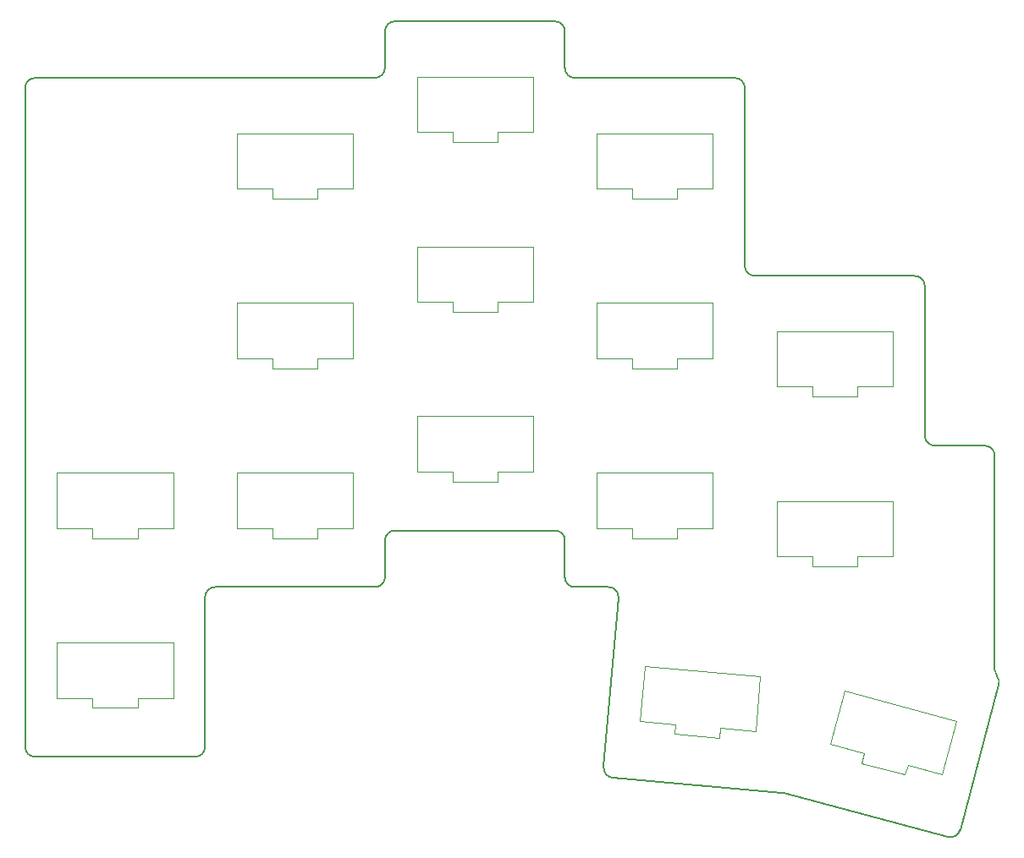
<source format=gbr>
%TF.GenerationSoftware,KiCad,Pcbnew,(5.1.9)-1*%
%TF.CreationDate,2021-06-29T13:32:03+02:00*%
%TF.ProjectId,todarodes_sagittatus,746f6461-726f-4646-9573-5f7361676974,VERSION_HERE*%
%TF.SameCoordinates,Original*%
%TF.FileFunction,Profile,NP*%
%FSLAX46Y46*%
G04 Gerber Fmt 4.6, Leading zero omitted, Abs format (unit mm)*
G04 Created by KiCad (PCBNEW (5.1.9)-1) date 2021-06-29 13:32:03*
%MOMM*%
%LPD*%
G01*
G04 APERTURE LIST*
%TA.AperFunction,Profile*%
%ADD10C,0.150000*%
%TD*%
%TA.AperFunction,Profile*%
%ADD11C,0.120000*%
%TD*%
G04 APERTURE END LIST*
D10*
X10000000Y-8500000D02*
X26000000Y-8500000D01*
X27000000Y-7500000D02*
G75*
G02*
X26000000Y-8500000I-1000000J0D01*
G01*
X27000000Y-7500000D02*
X27000000Y7500000D01*
X9000000Y-7500000D02*
X9000000Y58500000D01*
X10000000Y-8500000D02*
G75*
G02*
X9000000Y-7500000I0J1000000D01*
G01*
X28000000Y8500000D02*
X44000000Y8500000D01*
X45000000Y9500000D02*
G75*
G02*
X44000000Y8500000I-1000000J0D01*
G01*
X45000000Y9500000D02*
X45000000Y13166667D01*
X10000000Y59500000D02*
X44000000Y59500000D01*
X46000000Y14166667D02*
X62000000Y14166667D01*
X63000000Y60500000D02*
X63000000Y64166667D01*
X62000000Y65166667D02*
G75*
G02*
X63000000Y64166667I0J-1000000D01*
G01*
X62000000Y65166667D02*
X46000000Y65166667D01*
X45000000Y64166667D02*
G75*
G02*
X46000000Y65166667I1000000J0D01*
G01*
X45000000Y64166667D02*
X45000000Y60500000D01*
X64000000Y8500000D02*
X67365851Y8500000D01*
X63000000Y13166667D02*
X63000000Y9500000D01*
X64000000Y8500000D02*
G75*
G02*
X63000000Y9500000I0J1000000D01*
G01*
X81000000Y40666667D02*
X81000000Y58500000D01*
X80000000Y59500000D02*
G75*
G02*
X81000000Y58500000I0J-1000000D01*
G01*
X64000000Y59500000D02*
X80000000Y59500000D01*
X100000000Y22666667D02*
X105000000Y22666667D01*
X106000000Y213428D02*
X106000000Y21666667D01*
X99000000Y23666667D02*
X99000000Y38666667D01*
X98000000Y39666667D02*
G75*
G02*
X99000000Y38666667I0J-1000000D01*
G01*
X82000000Y39666667D02*
X98000000Y39666667D01*
X67789619Y-10603742D02*
X84724928Y-12085390D01*
X66880580Y-9520392D02*
X68362046Y7412844D01*
X67789618Y-10603742D02*
G75*
G02*
X66880580Y-9520392I87156J996194D01*
G01*
X84896592Y-12115659D02*
X101317331Y-16515583D01*
X102542076Y-15808476D02*
G75*
G02*
X101317331Y-16515583I-965926J258819D01*
G01*
X102542076Y-15808476D02*
X106424361Y-1319588D01*
X106229218Y-423671D02*
G75*
G02*
X106424361Y-1319588I-770782J-637098D01*
G01*
X27000000Y7500000D02*
G75*
G02*
X28000000Y8500000I1000000J0D01*
G01*
X45000000Y13166667D02*
G75*
G02*
X46000000Y14166667I1000000J0D01*
G01*
X62000000Y14166667D02*
G75*
G02*
X63000000Y13166667I0J-1000000D01*
G01*
X67365851Y8500000D02*
G75*
G02*
X68362046Y7412844I0J-1000000D01*
G01*
X84724929Y-12085390D02*
G75*
G02*
X84896592Y-12115659I-87156J-996195D01*
G01*
X106229218Y-423671D02*
G75*
G02*
X106000000Y213428I770782J637099D01*
G01*
X105000000Y22666667D02*
G75*
G02*
X106000000Y21666667I0J-1000000D01*
G01*
X100000000Y22666667D02*
G75*
G02*
X99000000Y23666667I0J1000000D01*
G01*
X82000000Y39666667D02*
G75*
G02*
X81000000Y40666667I0J1000000D01*
G01*
X64000000Y59500000D02*
G75*
G02*
X63000000Y60500000I0J1000000D01*
G01*
X45000000Y60500000D02*
G75*
G02*
X44000000Y59500000I-1000000J0D01*
G01*
X9000000Y58500000D02*
G75*
G02*
X10000000Y59500000I1000000J0D01*
G01*
D11*
%TO.C,S1*%
X12200000Y2950000D02*
X23800000Y2950000D01*
X23800000Y2950000D02*
X23800000Y-2600000D01*
X12200000Y-2600000D02*
X12200000Y2950000D01*
X15750000Y-2600000D02*
X15750000Y-3600000D01*
X15750000Y-3600000D02*
X20250000Y-3600000D01*
X20250000Y-3600000D02*
X20250000Y-2600000D01*
X15750000Y-2600000D02*
X12200000Y-2600000D01*
X20250000Y-2600000D02*
X23800000Y-2600000D01*
%TO.C,S2*%
X12200000Y19950000D02*
X23800000Y19950000D01*
X23800000Y19950000D02*
X23800000Y14400000D01*
X12200000Y14400000D02*
X12200000Y19950000D01*
X15750000Y14400000D02*
X15750000Y13400000D01*
X15750000Y13400000D02*
X20250000Y13400000D01*
X20250000Y13400000D02*
X20250000Y14400000D01*
X15750000Y14400000D02*
X12200000Y14400000D01*
X20250000Y14400000D02*
X23800000Y14400000D01*
%TO.C,S3*%
X30200000Y19950000D02*
X41800000Y19950000D01*
X41800000Y19950000D02*
X41800000Y14400000D01*
X30200000Y14400000D02*
X30200000Y19950000D01*
X33750000Y14400000D02*
X33750000Y13400000D01*
X33750000Y13400000D02*
X38250000Y13400000D01*
X38250000Y13400000D02*
X38250000Y14400000D01*
X33750000Y14400000D02*
X30200000Y14400000D01*
X38250000Y14400000D02*
X41800000Y14400000D01*
%TO.C,S4*%
X30200000Y36950000D02*
X41800000Y36950000D01*
X41800000Y36950000D02*
X41800000Y31400000D01*
X30200000Y31400000D02*
X30200000Y36950000D01*
X33750000Y31400000D02*
X33750000Y30400000D01*
X33750000Y30400000D02*
X38250000Y30400000D01*
X38250000Y30400000D02*
X38250000Y31400000D01*
X33750000Y31400000D02*
X30200000Y31400000D01*
X38250000Y31400000D02*
X41800000Y31400000D01*
%TO.C,S5*%
X30200000Y53950000D02*
X41800000Y53950000D01*
X41800000Y53950000D02*
X41800000Y48400000D01*
X30200000Y48400000D02*
X30200000Y53950000D01*
X33750000Y48400000D02*
X33750000Y47400000D01*
X33750000Y47400000D02*
X38250000Y47400000D01*
X38250000Y47400000D02*
X38250000Y48400000D01*
X33750000Y48400000D02*
X30200000Y48400000D01*
X38250000Y48400000D02*
X41800000Y48400000D01*
%TO.C,S6*%
X48200000Y25616667D02*
X59800000Y25616667D01*
X59800000Y25616667D02*
X59800000Y20066667D01*
X48200000Y20066667D02*
X48200000Y25616667D01*
X51750000Y20066667D02*
X51750000Y19066667D01*
X51750000Y19066667D02*
X56250000Y19066667D01*
X56250000Y19066667D02*
X56250000Y20066667D01*
X51750000Y20066667D02*
X48200000Y20066667D01*
X56250000Y20066667D02*
X59800000Y20066667D01*
%TO.C,S7*%
X48200000Y42616667D02*
X59800000Y42616667D01*
X59800000Y42616667D02*
X59800000Y37066667D01*
X48200000Y37066667D02*
X48200000Y42616667D01*
X51750000Y37066667D02*
X51750000Y36066667D01*
X51750000Y36066667D02*
X56250000Y36066667D01*
X56250000Y36066667D02*
X56250000Y37066667D01*
X51750000Y37066667D02*
X48200000Y37066667D01*
X56250000Y37066667D02*
X59800000Y37066667D01*
%TO.C,S8*%
X48200000Y59616667D02*
X59800000Y59616667D01*
X59800000Y59616667D02*
X59800000Y54066667D01*
X48200000Y54066667D02*
X48200000Y59616667D01*
X51750000Y54066667D02*
X51750000Y53066667D01*
X51750000Y53066667D02*
X56250000Y53066667D01*
X56250000Y53066667D02*
X56250000Y54066667D01*
X51750000Y54066667D02*
X48200000Y54066667D01*
X56250000Y54066667D02*
X59800000Y54066667D01*
%TO.C,S9*%
X66200000Y19950000D02*
X77800000Y19950000D01*
X77800000Y19950000D02*
X77800000Y14400000D01*
X66200000Y14400000D02*
X66200000Y19950000D01*
X69750000Y14400000D02*
X69750000Y13400000D01*
X69750000Y13400000D02*
X74250000Y13400000D01*
X74250000Y13400000D02*
X74250000Y14400000D01*
X69750000Y14400000D02*
X66200000Y14400000D01*
X74250000Y14400000D02*
X77800000Y14400000D01*
%TO.C,S10*%
X66200000Y36950000D02*
X77800000Y36950000D01*
X77800000Y36950000D02*
X77800000Y31400000D01*
X66200000Y31400000D02*
X66200000Y36950000D01*
X69750000Y31400000D02*
X69750000Y30400000D01*
X69750000Y30400000D02*
X74250000Y30400000D01*
X74250000Y30400000D02*
X74250000Y31400000D01*
X69750000Y31400000D02*
X66200000Y31400000D01*
X74250000Y31400000D02*
X77800000Y31400000D01*
%TO.C,S11*%
X66200000Y53950000D02*
X77800000Y53950000D01*
X77800000Y53950000D02*
X77800000Y48400000D01*
X66200000Y48400000D02*
X66200000Y53950000D01*
X69750000Y48400000D02*
X69750000Y47400000D01*
X69750000Y47400000D02*
X74250000Y47400000D01*
X74250000Y47400000D02*
X74250000Y48400000D01*
X69750000Y48400000D02*
X66200000Y48400000D01*
X74250000Y48400000D02*
X77800000Y48400000D01*
%TO.C,S12*%
X84200000Y17116667D02*
X95800000Y17116667D01*
X95800000Y17116667D02*
X95800000Y11566667D01*
X84200000Y11566667D02*
X84200000Y17116667D01*
X87750000Y11566667D02*
X87750000Y10566667D01*
X87750000Y10566667D02*
X92250000Y10566667D01*
X92250000Y10566667D02*
X92250000Y11566667D01*
X87750000Y11566667D02*
X84200000Y11566667D01*
X92250000Y11566667D02*
X95800000Y11566667D01*
%TO.C,S13*%
X84200000Y34116667D02*
X95800000Y34116667D01*
X95800000Y34116667D02*
X95800000Y28566667D01*
X84200000Y28566667D02*
X84200000Y34116667D01*
X87750000Y28566667D02*
X87750000Y27566667D01*
X87750000Y27566667D02*
X92250000Y27566667D01*
X92250000Y27566667D02*
X92250000Y28566667D01*
X87750000Y28566667D02*
X84200000Y28566667D01*
X92250000Y28566667D02*
X95800000Y28566667D01*
%TO.C,S14*%
X70979180Y610945D02*
X82535039Y-400062D01*
X82535039Y-400062D02*
X82051324Y-5928943D01*
X70495466Y-4917936D02*
X70979180Y610945D01*
X74031957Y-5227339D02*
X73944801Y-6223533D01*
X73944801Y-6223533D02*
X78427677Y-6615734D01*
X78427677Y-6615734D02*
X78514833Y-5619540D01*
X74031957Y-5227339D02*
X70495466Y-4917936D01*
X78514833Y-5619540D02*
X82051324Y-5928943D01*
%TO.C,S15*%
X90951032Y-1884029D02*
X102155772Y-4886330D01*
X102155772Y-4886330D02*
X100719326Y-10247219D01*
X89514587Y-7244918D02*
X90951032Y-1884029D01*
X92943623Y-8163725D02*
X92684804Y-9129651D01*
X92684804Y-9129651D02*
X97031471Y-10294337D01*
X97031471Y-10294337D02*
X97290290Y-9328411D01*
X92943623Y-8163725D02*
X89514587Y-7244918D01*
X97290290Y-9328411D02*
X100719326Y-10247219D01*
%TD*%
M02*

</source>
